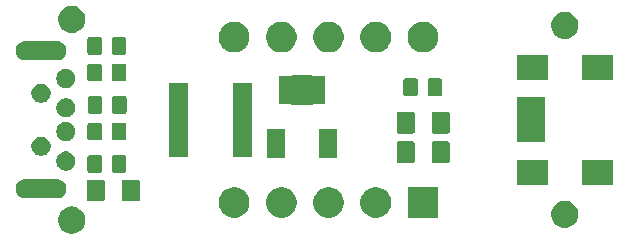
<source format=gbr>
G04 #@! TF.GenerationSoftware,KiCad,Pcbnew,(5.1.0)-1*
G04 #@! TF.CreationDate,2022-11-08T17:01:55+01:00*
G04 #@! TF.ProjectId,USB - UART,55534220-2d20-4554-9152-542e6b696361,rev?*
G04 #@! TF.SameCoordinates,Original*
G04 #@! TF.FileFunction,Soldermask,Top*
G04 #@! TF.FilePolarity,Negative*
%FSLAX46Y46*%
G04 Gerber Fmt 4.6, Leading zero omitted, Abs format (unit mm)*
G04 Created by KiCad (PCBNEW (5.1.0)-1) date 2022-11-08 17:01:55*
%MOMM*%
%LPD*%
G04 APERTURE LIST*
%ADD10C,0.100000*%
G04 APERTURE END LIST*
D10*
G36*
X108224549Y-109871116D02*
G01*
X108335734Y-109893232D01*
X108545203Y-109979997D01*
X108733720Y-110105960D01*
X108894040Y-110266280D01*
X109020003Y-110454797D01*
X109106768Y-110664266D01*
X109151000Y-110886636D01*
X109151000Y-111113364D01*
X109106768Y-111335734D01*
X109020003Y-111545203D01*
X108894040Y-111733720D01*
X108733720Y-111894040D01*
X108545203Y-112020003D01*
X108335734Y-112106768D01*
X108224549Y-112128884D01*
X108113365Y-112151000D01*
X107886635Y-112151000D01*
X107775451Y-112128884D01*
X107664266Y-112106768D01*
X107454797Y-112020003D01*
X107266280Y-111894040D01*
X107105960Y-111733720D01*
X106979997Y-111545203D01*
X106893232Y-111335734D01*
X106849000Y-111113364D01*
X106849000Y-110886636D01*
X106893232Y-110664266D01*
X106979997Y-110454797D01*
X107105960Y-110266280D01*
X107266280Y-110105960D01*
X107454797Y-109979997D01*
X107664266Y-109893232D01*
X107775451Y-109871116D01*
X107886635Y-109849000D01*
X108113365Y-109849000D01*
X108224549Y-109871116D01*
X108224549Y-109871116D01*
G37*
G36*
X149973327Y-109370873D02*
G01*
X150085734Y-109393232D01*
X150295203Y-109479997D01*
X150483720Y-109605960D01*
X150644040Y-109766280D01*
X150770003Y-109954797D01*
X150770004Y-109954799D01*
X150856768Y-110164267D01*
X150901000Y-110386635D01*
X150901000Y-110613365D01*
X150890875Y-110664266D01*
X150856768Y-110835734D01*
X150770003Y-111045203D01*
X150644040Y-111233720D01*
X150483720Y-111394040D01*
X150295203Y-111520003D01*
X150085734Y-111606768D01*
X149974549Y-111628884D01*
X149863365Y-111651000D01*
X149636635Y-111651000D01*
X149525451Y-111628884D01*
X149414266Y-111606768D01*
X149204797Y-111520003D01*
X149016280Y-111394040D01*
X148855960Y-111233720D01*
X148729997Y-111045203D01*
X148643232Y-110835734D01*
X148609125Y-110664266D01*
X148599000Y-110613365D01*
X148599000Y-110386635D01*
X148643232Y-110164267D01*
X148729996Y-109954799D01*
X148729997Y-109954797D01*
X148855960Y-109766280D01*
X149016280Y-109605960D01*
X149204797Y-109479997D01*
X149414266Y-109393232D01*
X149526673Y-109370873D01*
X149636635Y-109349000D01*
X149863365Y-109349000D01*
X149973327Y-109370873D01*
X149973327Y-109370873D01*
G37*
G36*
X134129487Y-108248996D02*
G01*
X134366253Y-108347068D01*
X134366255Y-108347069D01*
X134579339Y-108489447D01*
X134760553Y-108670661D01*
X134849556Y-108803863D01*
X134902932Y-108883747D01*
X135001004Y-109120513D01*
X135051000Y-109371861D01*
X135051000Y-109628139D01*
X135001004Y-109879487D01*
X134902932Y-110116253D01*
X134902931Y-110116255D01*
X134760553Y-110329339D01*
X134579339Y-110510553D01*
X134366255Y-110652931D01*
X134366254Y-110652932D01*
X134366253Y-110652932D01*
X134129487Y-110751004D01*
X133878139Y-110801000D01*
X133621861Y-110801000D01*
X133370513Y-110751004D01*
X133133747Y-110652932D01*
X133133746Y-110652932D01*
X133133745Y-110652931D01*
X132920661Y-110510553D01*
X132739447Y-110329339D01*
X132597069Y-110116255D01*
X132597068Y-110116253D01*
X132498996Y-109879487D01*
X132449000Y-109628139D01*
X132449000Y-109371861D01*
X132498996Y-109120513D01*
X132597068Y-108883747D01*
X132650445Y-108803863D01*
X132739447Y-108670661D01*
X132920661Y-108489447D01*
X133133745Y-108347069D01*
X133133747Y-108347068D01*
X133370513Y-108248996D01*
X133621861Y-108199000D01*
X133878139Y-108199000D01*
X134129487Y-108248996D01*
X134129487Y-108248996D01*
G37*
G36*
X126129487Y-108248996D02*
G01*
X126366253Y-108347068D01*
X126366255Y-108347069D01*
X126579339Y-108489447D01*
X126760553Y-108670661D01*
X126849556Y-108803863D01*
X126902932Y-108883747D01*
X127001004Y-109120513D01*
X127051000Y-109371861D01*
X127051000Y-109628139D01*
X127001004Y-109879487D01*
X126902932Y-110116253D01*
X126902931Y-110116255D01*
X126760553Y-110329339D01*
X126579339Y-110510553D01*
X126366255Y-110652931D01*
X126366254Y-110652932D01*
X126366253Y-110652932D01*
X126129487Y-110751004D01*
X125878139Y-110801000D01*
X125621861Y-110801000D01*
X125370513Y-110751004D01*
X125133747Y-110652932D01*
X125133746Y-110652932D01*
X125133745Y-110652931D01*
X124920661Y-110510553D01*
X124739447Y-110329339D01*
X124597069Y-110116255D01*
X124597068Y-110116253D01*
X124498996Y-109879487D01*
X124449000Y-109628139D01*
X124449000Y-109371861D01*
X124498996Y-109120513D01*
X124597068Y-108883747D01*
X124650445Y-108803863D01*
X124739447Y-108670661D01*
X124920661Y-108489447D01*
X125133745Y-108347069D01*
X125133747Y-108347068D01*
X125370513Y-108248996D01*
X125621861Y-108199000D01*
X125878139Y-108199000D01*
X126129487Y-108248996D01*
X126129487Y-108248996D01*
G37*
G36*
X139051000Y-110801000D02*
G01*
X136449000Y-110801000D01*
X136449000Y-108199000D01*
X139051000Y-108199000D01*
X139051000Y-110801000D01*
X139051000Y-110801000D01*
G37*
G36*
X122129487Y-108248996D02*
G01*
X122366253Y-108347068D01*
X122366255Y-108347069D01*
X122579339Y-108489447D01*
X122760553Y-108670661D01*
X122849556Y-108803863D01*
X122902932Y-108883747D01*
X123001004Y-109120513D01*
X123051000Y-109371861D01*
X123051000Y-109628139D01*
X123001004Y-109879487D01*
X122902932Y-110116253D01*
X122902931Y-110116255D01*
X122760553Y-110329339D01*
X122579339Y-110510553D01*
X122366255Y-110652931D01*
X122366254Y-110652932D01*
X122366253Y-110652932D01*
X122129487Y-110751004D01*
X121878139Y-110801000D01*
X121621861Y-110801000D01*
X121370513Y-110751004D01*
X121133747Y-110652932D01*
X121133746Y-110652932D01*
X121133745Y-110652931D01*
X120920661Y-110510553D01*
X120739447Y-110329339D01*
X120597069Y-110116255D01*
X120597068Y-110116253D01*
X120498996Y-109879487D01*
X120449000Y-109628139D01*
X120449000Y-109371861D01*
X120498996Y-109120513D01*
X120597068Y-108883747D01*
X120650445Y-108803863D01*
X120739447Y-108670661D01*
X120920661Y-108489447D01*
X121133745Y-108347069D01*
X121133747Y-108347068D01*
X121370513Y-108248996D01*
X121621861Y-108199000D01*
X121878139Y-108199000D01*
X122129487Y-108248996D01*
X122129487Y-108248996D01*
G37*
G36*
X130129487Y-108248996D02*
G01*
X130366253Y-108347068D01*
X130366255Y-108347069D01*
X130579339Y-108489447D01*
X130760553Y-108670661D01*
X130849556Y-108803863D01*
X130902932Y-108883747D01*
X131001004Y-109120513D01*
X131051000Y-109371861D01*
X131051000Y-109628139D01*
X131001004Y-109879487D01*
X130902932Y-110116253D01*
X130902931Y-110116255D01*
X130760553Y-110329339D01*
X130579339Y-110510553D01*
X130366255Y-110652931D01*
X130366254Y-110652932D01*
X130366253Y-110652932D01*
X130129487Y-110751004D01*
X129878139Y-110801000D01*
X129621861Y-110801000D01*
X129370513Y-110751004D01*
X129133747Y-110652932D01*
X129133746Y-110652932D01*
X129133745Y-110652931D01*
X128920661Y-110510553D01*
X128739447Y-110329339D01*
X128597069Y-110116255D01*
X128597068Y-110116253D01*
X128498996Y-109879487D01*
X128449000Y-109628139D01*
X128449000Y-109371861D01*
X128498996Y-109120513D01*
X128597068Y-108883747D01*
X128650445Y-108803863D01*
X128739447Y-108670661D01*
X128920661Y-108489447D01*
X129133745Y-108347069D01*
X129133747Y-108347068D01*
X129370513Y-108248996D01*
X129621861Y-108199000D01*
X129878139Y-108199000D01*
X130129487Y-108248996D01*
X130129487Y-108248996D01*
G37*
G36*
X113613062Y-107578181D02*
G01*
X113647981Y-107588774D01*
X113680163Y-107605976D01*
X113708373Y-107629127D01*
X113731524Y-107657337D01*
X113748726Y-107689519D01*
X113759319Y-107724438D01*
X113763500Y-107766895D01*
X113763500Y-109233105D01*
X113759319Y-109275562D01*
X113748726Y-109310481D01*
X113731524Y-109342663D01*
X113708373Y-109370873D01*
X113680163Y-109394024D01*
X113647981Y-109411226D01*
X113613062Y-109421819D01*
X113570605Y-109426000D01*
X112429395Y-109426000D01*
X112386938Y-109421819D01*
X112352019Y-109411226D01*
X112319837Y-109394024D01*
X112291627Y-109370873D01*
X112268476Y-109342663D01*
X112251274Y-109310481D01*
X112240681Y-109275562D01*
X112236500Y-109233105D01*
X112236500Y-107766895D01*
X112240681Y-107724438D01*
X112251274Y-107689519D01*
X112268476Y-107657337D01*
X112291627Y-107629127D01*
X112319837Y-107605976D01*
X112352019Y-107588774D01*
X112386938Y-107578181D01*
X112429395Y-107574000D01*
X113570605Y-107574000D01*
X113613062Y-107578181D01*
X113613062Y-107578181D01*
G37*
G36*
X110638062Y-107578181D02*
G01*
X110672981Y-107588774D01*
X110705163Y-107605976D01*
X110733373Y-107629127D01*
X110756524Y-107657337D01*
X110773726Y-107689519D01*
X110784319Y-107724438D01*
X110788500Y-107766895D01*
X110788500Y-109233105D01*
X110784319Y-109275562D01*
X110773726Y-109310481D01*
X110756524Y-109342663D01*
X110733373Y-109370873D01*
X110705163Y-109394024D01*
X110672981Y-109411226D01*
X110638062Y-109421819D01*
X110595605Y-109426000D01*
X109454395Y-109426000D01*
X109411938Y-109421819D01*
X109377019Y-109411226D01*
X109344837Y-109394024D01*
X109316627Y-109370873D01*
X109293476Y-109342663D01*
X109276274Y-109310481D01*
X109265681Y-109275562D01*
X109261500Y-109233105D01*
X109261500Y-107766895D01*
X109265681Y-107724438D01*
X109276274Y-107689519D01*
X109293476Y-107657337D01*
X109316627Y-107629127D01*
X109344837Y-107605976D01*
X109377019Y-107588774D01*
X109411938Y-107578181D01*
X109454395Y-107574000D01*
X110595605Y-107574000D01*
X110638062Y-107578181D01*
X110638062Y-107578181D01*
G37*
G36*
X106817747Y-107540921D02*
G01*
X106897376Y-107548764D01*
X107047792Y-107594392D01*
X107050630Y-107595253D01*
X107191863Y-107670744D01*
X107315659Y-107772341D01*
X107417256Y-107896137D01*
X107492747Y-108037370D01*
X107492748Y-108037373D01*
X107539236Y-108190624D01*
X107554933Y-108350000D01*
X107539236Y-108509376D01*
X107492748Y-108662627D01*
X107492747Y-108662630D01*
X107417256Y-108803863D01*
X107315659Y-108927659D01*
X107191863Y-109029256D01*
X107050630Y-109104747D01*
X107050627Y-109104748D01*
X106897376Y-109151236D01*
X106827633Y-109158105D01*
X106777934Y-109163000D01*
X104022066Y-109163000D01*
X103972367Y-109158105D01*
X103902624Y-109151236D01*
X103749373Y-109104748D01*
X103749370Y-109104747D01*
X103608137Y-109029256D01*
X103484341Y-108927659D01*
X103382744Y-108803863D01*
X103307253Y-108662630D01*
X103307252Y-108662627D01*
X103260764Y-108509376D01*
X103245067Y-108350000D01*
X103260764Y-108190624D01*
X103307252Y-108037373D01*
X103307253Y-108037370D01*
X103382744Y-107896137D01*
X103484341Y-107772341D01*
X103608137Y-107670744D01*
X103749370Y-107595253D01*
X103752208Y-107594392D01*
X103902624Y-107548764D01*
X103982253Y-107540921D01*
X104022066Y-107537000D01*
X106777934Y-107537000D01*
X106817747Y-107540921D01*
X106817747Y-107540921D01*
G37*
G36*
X153801000Y-108001000D02*
G01*
X151199000Y-108001000D01*
X151199000Y-105899000D01*
X153801000Y-105899000D01*
X153801000Y-108001000D01*
X153801000Y-108001000D01*
G37*
G36*
X148301000Y-108001000D02*
G01*
X145699000Y-108001000D01*
X145699000Y-105899000D01*
X148301000Y-105899000D01*
X148301000Y-108001000D01*
X148301000Y-108001000D01*
G37*
G36*
X112463674Y-105503465D02*
G01*
X112501367Y-105514899D01*
X112536103Y-105533466D01*
X112566548Y-105558452D01*
X112591534Y-105588897D01*
X112610101Y-105623633D01*
X112621535Y-105661326D01*
X112626000Y-105706661D01*
X112626000Y-106793339D01*
X112621535Y-106838674D01*
X112610101Y-106876367D01*
X112591534Y-106911103D01*
X112566548Y-106941548D01*
X112536103Y-106966534D01*
X112501367Y-106985101D01*
X112463674Y-106996535D01*
X112418339Y-107001000D01*
X111581661Y-107001000D01*
X111536326Y-106996535D01*
X111498633Y-106985101D01*
X111463897Y-106966534D01*
X111433452Y-106941548D01*
X111408466Y-106911103D01*
X111389899Y-106876367D01*
X111378465Y-106838674D01*
X111374000Y-106793339D01*
X111374000Y-105706661D01*
X111378465Y-105661326D01*
X111389899Y-105623633D01*
X111408466Y-105588897D01*
X111433452Y-105558452D01*
X111463897Y-105533466D01*
X111498633Y-105514899D01*
X111536326Y-105503465D01*
X111581661Y-105499000D01*
X112418339Y-105499000D01*
X112463674Y-105503465D01*
X112463674Y-105503465D01*
G37*
G36*
X110413674Y-105503465D02*
G01*
X110451367Y-105514899D01*
X110486103Y-105533466D01*
X110516548Y-105558452D01*
X110541534Y-105588897D01*
X110560101Y-105623633D01*
X110571535Y-105661326D01*
X110576000Y-105706661D01*
X110576000Y-106793339D01*
X110571535Y-106838674D01*
X110560101Y-106876367D01*
X110541534Y-106911103D01*
X110516548Y-106941548D01*
X110486103Y-106966534D01*
X110451367Y-106985101D01*
X110413674Y-106996535D01*
X110368339Y-107001000D01*
X109531661Y-107001000D01*
X109486326Y-106996535D01*
X109448633Y-106985101D01*
X109413897Y-106966534D01*
X109383452Y-106941548D01*
X109358466Y-106911103D01*
X109339899Y-106876367D01*
X109328465Y-106838674D01*
X109324000Y-106793339D01*
X109324000Y-105706661D01*
X109328465Y-105661326D01*
X109339899Y-105623633D01*
X109358466Y-105588897D01*
X109383452Y-105558452D01*
X109413897Y-105533466D01*
X109448633Y-105514899D01*
X109486326Y-105503465D01*
X109531661Y-105499000D01*
X110368339Y-105499000D01*
X110413674Y-105503465D01*
X110413674Y-105503465D01*
G37*
G36*
X107737142Y-105218242D02*
G01*
X107885101Y-105279529D01*
X108018255Y-105368499D01*
X108131501Y-105481745D01*
X108220471Y-105614899D01*
X108281758Y-105762858D01*
X108313000Y-105919925D01*
X108313000Y-106080075D01*
X108281758Y-106237142D01*
X108220471Y-106385101D01*
X108131501Y-106518255D01*
X108018255Y-106631501D01*
X107885101Y-106720471D01*
X107737142Y-106781758D01*
X107580075Y-106813000D01*
X107419925Y-106813000D01*
X107262858Y-106781758D01*
X107114899Y-106720471D01*
X106981745Y-106631501D01*
X106868499Y-106518255D01*
X106779529Y-106385101D01*
X106718242Y-106237142D01*
X106687000Y-106080075D01*
X106687000Y-105919925D01*
X106718242Y-105762858D01*
X106779529Y-105614899D01*
X106868499Y-105481745D01*
X106981745Y-105368499D01*
X107114899Y-105279529D01*
X107262858Y-105218242D01*
X107419925Y-105187000D01*
X107580075Y-105187000D01*
X107737142Y-105218242D01*
X107737142Y-105218242D01*
G37*
G36*
X139863062Y-104328181D02*
G01*
X139897981Y-104338774D01*
X139930163Y-104355976D01*
X139958373Y-104379127D01*
X139981524Y-104407337D01*
X139998726Y-104439519D01*
X140009319Y-104474438D01*
X140013500Y-104516895D01*
X140013500Y-105983105D01*
X140009319Y-106025562D01*
X139998726Y-106060481D01*
X139981524Y-106092663D01*
X139958373Y-106120873D01*
X139930163Y-106144024D01*
X139897981Y-106161226D01*
X139863062Y-106171819D01*
X139820605Y-106176000D01*
X138679395Y-106176000D01*
X138636938Y-106171819D01*
X138602019Y-106161226D01*
X138569837Y-106144024D01*
X138541627Y-106120873D01*
X138518476Y-106092663D01*
X138501274Y-106060481D01*
X138490681Y-106025562D01*
X138486500Y-105983105D01*
X138486500Y-104516895D01*
X138490681Y-104474438D01*
X138501274Y-104439519D01*
X138518476Y-104407337D01*
X138541627Y-104379127D01*
X138569837Y-104355976D01*
X138602019Y-104338774D01*
X138636938Y-104328181D01*
X138679395Y-104324000D01*
X139820605Y-104324000D01*
X139863062Y-104328181D01*
X139863062Y-104328181D01*
G37*
G36*
X136888062Y-104328181D02*
G01*
X136922981Y-104338774D01*
X136955163Y-104355976D01*
X136983373Y-104379127D01*
X137006524Y-104407337D01*
X137023726Y-104439519D01*
X137034319Y-104474438D01*
X137038500Y-104516895D01*
X137038500Y-105983105D01*
X137034319Y-106025562D01*
X137023726Y-106060481D01*
X137006524Y-106092663D01*
X136983373Y-106120873D01*
X136955163Y-106144024D01*
X136922981Y-106161226D01*
X136888062Y-106171819D01*
X136845605Y-106176000D01*
X135704395Y-106176000D01*
X135661938Y-106171819D01*
X135627019Y-106161226D01*
X135594837Y-106144024D01*
X135566627Y-106120873D01*
X135543476Y-106092663D01*
X135526274Y-106060481D01*
X135515681Y-106025562D01*
X135511500Y-105983105D01*
X135511500Y-104516895D01*
X135515681Y-104474438D01*
X135526274Y-104439519D01*
X135543476Y-104407337D01*
X135566627Y-104379127D01*
X135594837Y-104355976D01*
X135627019Y-104338774D01*
X135661938Y-104328181D01*
X135704395Y-104324000D01*
X136845605Y-104324000D01*
X136888062Y-104328181D01*
X136888062Y-104328181D01*
G37*
G36*
X130451000Y-105751000D02*
G01*
X128949000Y-105751000D01*
X128949000Y-103249000D01*
X130451000Y-103249000D01*
X130451000Y-105751000D01*
X130451000Y-105751000D01*
G37*
G36*
X126051000Y-105751000D02*
G01*
X124549000Y-105751000D01*
X124549000Y-103249000D01*
X126051000Y-103249000D01*
X126051000Y-105751000D01*
X126051000Y-105751000D01*
G37*
G36*
X117852000Y-105626500D02*
G01*
X116224000Y-105626500D01*
X116224000Y-99373500D01*
X117852000Y-99373500D01*
X117852000Y-105626500D01*
X117852000Y-105626500D01*
G37*
G36*
X123276000Y-105626500D02*
G01*
X121648000Y-105626500D01*
X121648000Y-99373500D01*
X123276000Y-99373500D01*
X123276000Y-105626500D01*
X123276000Y-105626500D01*
G37*
G36*
X105637142Y-103968242D02*
G01*
X105785101Y-104029529D01*
X105918255Y-104118499D01*
X106031501Y-104231745D01*
X106120471Y-104364899D01*
X106181758Y-104512858D01*
X106213000Y-104669925D01*
X106213000Y-104830075D01*
X106181758Y-104987142D01*
X106120471Y-105135101D01*
X106031501Y-105268255D01*
X105918255Y-105381501D01*
X105785101Y-105470471D01*
X105637142Y-105531758D01*
X105480075Y-105563000D01*
X105319925Y-105563000D01*
X105162858Y-105531758D01*
X105014899Y-105470471D01*
X104881745Y-105381501D01*
X104768499Y-105268255D01*
X104679529Y-105135101D01*
X104618242Y-104987142D01*
X104587000Y-104830075D01*
X104587000Y-104669925D01*
X104618242Y-104512858D01*
X104679529Y-104364899D01*
X104768499Y-104231745D01*
X104881745Y-104118499D01*
X105014899Y-104029529D01*
X105162858Y-103968242D01*
X105319925Y-103937000D01*
X105480075Y-103937000D01*
X105637142Y-103968242D01*
X105637142Y-103968242D01*
G37*
G36*
X148101000Y-104401000D02*
G01*
X145699000Y-104401000D01*
X145699000Y-100599000D01*
X148101000Y-100599000D01*
X148101000Y-104401000D01*
X148101000Y-104401000D01*
G37*
G36*
X107737142Y-102718242D02*
G01*
X107885101Y-102779529D01*
X108018255Y-102868499D01*
X108131501Y-102981745D01*
X108220471Y-103114899D01*
X108281758Y-103262858D01*
X108313000Y-103419925D01*
X108313000Y-103580075D01*
X108281758Y-103737142D01*
X108220471Y-103885101D01*
X108131501Y-104018255D01*
X108018255Y-104131501D01*
X107885101Y-104220471D01*
X107737142Y-104281758D01*
X107580075Y-104313000D01*
X107419925Y-104313000D01*
X107262858Y-104281758D01*
X107114899Y-104220471D01*
X106981745Y-104131501D01*
X106868499Y-104018255D01*
X106779529Y-103885101D01*
X106718242Y-103737142D01*
X106687000Y-103580075D01*
X106687000Y-103419925D01*
X106718242Y-103262858D01*
X106779529Y-103114899D01*
X106868499Y-102981745D01*
X106981745Y-102868499D01*
X107114899Y-102779529D01*
X107262858Y-102718242D01*
X107419925Y-102687000D01*
X107580075Y-102687000D01*
X107737142Y-102718242D01*
X107737142Y-102718242D01*
G37*
G36*
X110413674Y-102753465D02*
G01*
X110451367Y-102764899D01*
X110486103Y-102783466D01*
X110516548Y-102808452D01*
X110541534Y-102838897D01*
X110560101Y-102873633D01*
X110571535Y-102911326D01*
X110576000Y-102956661D01*
X110576000Y-104043339D01*
X110571535Y-104088674D01*
X110560101Y-104126367D01*
X110541534Y-104161103D01*
X110516548Y-104191548D01*
X110486103Y-104216534D01*
X110451367Y-104235101D01*
X110413674Y-104246535D01*
X110368339Y-104251000D01*
X109531661Y-104251000D01*
X109486326Y-104246535D01*
X109448633Y-104235101D01*
X109413897Y-104216534D01*
X109383452Y-104191548D01*
X109358466Y-104161103D01*
X109339899Y-104126367D01*
X109328465Y-104088674D01*
X109324000Y-104043339D01*
X109324000Y-102956661D01*
X109328465Y-102911326D01*
X109339899Y-102873633D01*
X109358466Y-102838897D01*
X109383452Y-102808452D01*
X109413897Y-102783466D01*
X109448633Y-102764899D01*
X109486326Y-102753465D01*
X109531661Y-102749000D01*
X110368339Y-102749000D01*
X110413674Y-102753465D01*
X110413674Y-102753465D01*
G37*
G36*
X112463674Y-102753465D02*
G01*
X112501367Y-102764899D01*
X112536103Y-102783466D01*
X112566548Y-102808452D01*
X112591534Y-102838897D01*
X112610101Y-102873633D01*
X112621535Y-102911326D01*
X112626000Y-102956661D01*
X112626000Y-104043339D01*
X112621535Y-104088674D01*
X112610101Y-104126367D01*
X112591534Y-104161103D01*
X112566548Y-104191548D01*
X112536103Y-104216534D01*
X112501367Y-104235101D01*
X112463674Y-104246535D01*
X112418339Y-104251000D01*
X111581661Y-104251000D01*
X111536326Y-104246535D01*
X111498633Y-104235101D01*
X111463897Y-104216534D01*
X111433452Y-104191548D01*
X111408466Y-104161103D01*
X111389899Y-104126367D01*
X111378465Y-104088674D01*
X111374000Y-104043339D01*
X111374000Y-102956661D01*
X111378465Y-102911326D01*
X111389899Y-102873633D01*
X111408466Y-102838897D01*
X111433452Y-102808452D01*
X111463897Y-102783466D01*
X111498633Y-102764899D01*
X111536326Y-102753465D01*
X111581661Y-102749000D01*
X112418339Y-102749000D01*
X112463674Y-102753465D01*
X112463674Y-102753465D01*
G37*
G36*
X136888062Y-101828181D02*
G01*
X136922981Y-101838774D01*
X136955163Y-101855976D01*
X136983373Y-101879127D01*
X137006524Y-101907337D01*
X137023726Y-101939519D01*
X137034319Y-101974438D01*
X137038500Y-102016895D01*
X137038500Y-103483105D01*
X137034319Y-103525562D01*
X137023726Y-103560481D01*
X137006524Y-103592663D01*
X136983373Y-103620873D01*
X136955163Y-103644024D01*
X136922981Y-103661226D01*
X136888062Y-103671819D01*
X136845605Y-103676000D01*
X135704395Y-103676000D01*
X135661938Y-103671819D01*
X135627019Y-103661226D01*
X135594837Y-103644024D01*
X135566627Y-103620873D01*
X135543476Y-103592663D01*
X135526274Y-103560481D01*
X135515681Y-103525562D01*
X135511500Y-103483105D01*
X135511500Y-102016895D01*
X135515681Y-101974438D01*
X135526274Y-101939519D01*
X135543476Y-101907337D01*
X135566627Y-101879127D01*
X135594837Y-101855976D01*
X135627019Y-101838774D01*
X135661938Y-101828181D01*
X135704395Y-101824000D01*
X136845605Y-101824000D01*
X136888062Y-101828181D01*
X136888062Y-101828181D01*
G37*
G36*
X139863062Y-101828181D02*
G01*
X139897981Y-101838774D01*
X139930163Y-101855976D01*
X139958373Y-101879127D01*
X139981524Y-101907337D01*
X139998726Y-101939519D01*
X140009319Y-101974438D01*
X140013500Y-102016895D01*
X140013500Y-103483105D01*
X140009319Y-103525562D01*
X139998726Y-103560481D01*
X139981524Y-103592663D01*
X139958373Y-103620873D01*
X139930163Y-103644024D01*
X139897981Y-103661226D01*
X139863062Y-103671819D01*
X139820605Y-103676000D01*
X138679395Y-103676000D01*
X138636938Y-103671819D01*
X138602019Y-103661226D01*
X138569837Y-103644024D01*
X138541627Y-103620873D01*
X138518476Y-103592663D01*
X138501274Y-103560481D01*
X138490681Y-103525562D01*
X138486500Y-103483105D01*
X138486500Y-102016895D01*
X138490681Y-101974438D01*
X138501274Y-101939519D01*
X138518476Y-101907337D01*
X138541627Y-101879127D01*
X138569837Y-101855976D01*
X138602019Y-101838774D01*
X138636938Y-101828181D01*
X138679395Y-101824000D01*
X139820605Y-101824000D01*
X139863062Y-101828181D01*
X139863062Y-101828181D01*
G37*
G36*
X107737142Y-100718242D02*
G01*
X107885101Y-100779529D01*
X108018255Y-100868499D01*
X108131501Y-100981745D01*
X108220471Y-101114899D01*
X108281758Y-101262858D01*
X108313000Y-101419925D01*
X108313000Y-101580075D01*
X108281758Y-101737142D01*
X108220471Y-101885101D01*
X108131501Y-102018255D01*
X108018255Y-102131501D01*
X107885101Y-102220471D01*
X107737142Y-102281758D01*
X107580075Y-102313000D01*
X107419925Y-102313000D01*
X107262858Y-102281758D01*
X107114899Y-102220471D01*
X106981745Y-102131501D01*
X106868499Y-102018255D01*
X106779529Y-101885101D01*
X106718242Y-101737142D01*
X106687000Y-101580075D01*
X106687000Y-101419925D01*
X106718242Y-101262858D01*
X106779529Y-101114899D01*
X106868499Y-100981745D01*
X106981745Y-100868499D01*
X107114899Y-100779529D01*
X107262858Y-100718242D01*
X107419925Y-100687000D01*
X107580075Y-100687000D01*
X107737142Y-100718242D01*
X107737142Y-100718242D01*
G37*
G36*
X110438674Y-100503465D02*
G01*
X110476367Y-100514899D01*
X110511103Y-100533466D01*
X110541548Y-100558452D01*
X110566534Y-100588897D01*
X110585101Y-100623633D01*
X110596535Y-100661326D01*
X110601000Y-100706661D01*
X110601000Y-101793339D01*
X110596535Y-101838674D01*
X110585101Y-101876367D01*
X110566534Y-101911103D01*
X110541548Y-101941548D01*
X110511103Y-101966534D01*
X110476367Y-101985101D01*
X110438674Y-101996535D01*
X110393339Y-102001000D01*
X109556661Y-102001000D01*
X109511326Y-101996535D01*
X109473633Y-101985101D01*
X109438897Y-101966534D01*
X109408452Y-101941548D01*
X109383466Y-101911103D01*
X109364899Y-101876367D01*
X109353465Y-101838674D01*
X109349000Y-101793339D01*
X109349000Y-100706661D01*
X109353465Y-100661326D01*
X109364899Y-100623633D01*
X109383466Y-100588897D01*
X109408452Y-100558452D01*
X109438897Y-100533466D01*
X109473633Y-100514899D01*
X109511326Y-100503465D01*
X109556661Y-100499000D01*
X110393339Y-100499000D01*
X110438674Y-100503465D01*
X110438674Y-100503465D01*
G37*
G36*
X112488674Y-100503465D02*
G01*
X112526367Y-100514899D01*
X112561103Y-100533466D01*
X112591548Y-100558452D01*
X112616534Y-100588897D01*
X112635101Y-100623633D01*
X112646535Y-100661326D01*
X112651000Y-100706661D01*
X112651000Y-101793339D01*
X112646535Y-101838674D01*
X112635101Y-101876367D01*
X112616534Y-101911103D01*
X112591548Y-101941548D01*
X112561103Y-101966534D01*
X112526367Y-101985101D01*
X112488674Y-101996535D01*
X112443339Y-102001000D01*
X111606661Y-102001000D01*
X111561326Y-101996535D01*
X111523633Y-101985101D01*
X111488897Y-101966534D01*
X111458452Y-101941548D01*
X111433466Y-101911103D01*
X111414899Y-101876367D01*
X111403465Y-101838674D01*
X111399000Y-101793339D01*
X111399000Y-100706661D01*
X111403465Y-100661326D01*
X111414899Y-100623633D01*
X111433466Y-100588897D01*
X111458452Y-100558452D01*
X111488897Y-100533466D01*
X111523633Y-100514899D01*
X111561326Y-100503465D01*
X111606661Y-100499000D01*
X112443339Y-100499000D01*
X112488674Y-100503465D01*
X112488674Y-100503465D01*
G37*
G36*
X128387611Y-98762389D02*
G01*
X128406553Y-98777934D01*
X128428164Y-98789485D01*
X128451613Y-98796598D01*
X128475999Y-98799000D01*
X129426000Y-98799000D01*
X129426000Y-101201000D01*
X128475999Y-101201000D01*
X128451613Y-101203402D01*
X128428164Y-101210515D01*
X128406553Y-101222066D01*
X128387611Y-101237611D01*
X128376623Y-101251000D01*
X126623377Y-101251000D01*
X126612389Y-101237611D01*
X126593447Y-101222066D01*
X126571836Y-101210515D01*
X126548387Y-101203402D01*
X126524001Y-101201000D01*
X125574000Y-101201000D01*
X125574000Y-98799000D01*
X126524001Y-98799000D01*
X126548387Y-98796598D01*
X126571836Y-98789485D01*
X126593447Y-98777934D01*
X126612389Y-98762389D01*
X126623377Y-98749000D01*
X128376623Y-98749000D01*
X128387611Y-98762389D01*
X128387611Y-98762389D01*
G37*
G36*
X105637142Y-99468242D02*
G01*
X105785101Y-99529529D01*
X105918255Y-99618499D01*
X106031501Y-99731745D01*
X106120471Y-99864899D01*
X106181758Y-100012858D01*
X106213000Y-100169925D01*
X106213000Y-100330075D01*
X106181758Y-100487142D01*
X106120471Y-100635101D01*
X106031501Y-100768255D01*
X105918255Y-100881501D01*
X105785101Y-100970471D01*
X105637142Y-101031758D01*
X105480075Y-101063000D01*
X105319925Y-101063000D01*
X105162858Y-101031758D01*
X105014899Y-100970471D01*
X104881745Y-100881501D01*
X104768499Y-100768255D01*
X104679529Y-100635101D01*
X104618242Y-100487142D01*
X104587000Y-100330075D01*
X104587000Y-100169925D01*
X104618242Y-100012858D01*
X104679529Y-99864899D01*
X104768499Y-99731745D01*
X104881745Y-99618499D01*
X105014899Y-99529529D01*
X105162858Y-99468242D01*
X105319925Y-99437000D01*
X105480075Y-99437000D01*
X105637142Y-99468242D01*
X105637142Y-99468242D01*
G37*
G36*
X137163674Y-99003465D02*
G01*
X137201367Y-99014899D01*
X137236103Y-99033466D01*
X137266548Y-99058452D01*
X137291534Y-99088897D01*
X137310101Y-99123633D01*
X137321535Y-99161326D01*
X137326000Y-99206661D01*
X137326000Y-100293339D01*
X137321535Y-100338674D01*
X137310101Y-100376367D01*
X137291534Y-100411103D01*
X137266548Y-100441548D01*
X137236103Y-100466534D01*
X137201367Y-100485101D01*
X137163674Y-100496535D01*
X137118339Y-100501000D01*
X136281661Y-100501000D01*
X136236326Y-100496535D01*
X136198633Y-100485101D01*
X136163897Y-100466534D01*
X136133452Y-100441548D01*
X136108466Y-100411103D01*
X136089899Y-100376367D01*
X136078465Y-100338674D01*
X136074000Y-100293339D01*
X136074000Y-99206661D01*
X136078465Y-99161326D01*
X136089899Y-99123633D01*
X136108466Y-99088897D01*
X136133452Y-99058452D01*
X136163897Y-99033466D01*
X136198633Y-99014899D01*
X136236326Y-99003465D01*
X136281661Y-98999000D01*
X137118339Y-98999000D01*
X137163674Y-99003465D01*
X137163674Y-99003465D01*
G37*
G36*
X139213674Y-99003465D02*
G01*
X139251367Y-99014899D01*
X139286103Y-99033466D01*
X139316548Y-99058452D01*
X139341534Y-99088897D01*
X139360101Y-99123633D01*
X139371535Y-99161326D01*
X139376000Y-99206661D01*
X139376000Y-100293339D01*
X139371535Y-100338674D01*
X139360101Y-100376367D01*
X139341534Y-100411103D01*
X139316548Y-100441548D01*
X139286103Y-100466534D01*
X139251367Y-100485101D01*
X139213674Y-100496535D01*
X139168339Y-100501000D01*
X138331661Y-100501000D01*
X138286326Y-100496535D01*
X138248633Y-100485101D01*
X138213897Y-100466534D01*
X138183452Y-100441548D01*
X138158466Y-100411103D01*
X138139899Y-100376367D01*
X138128465Y-100338674D01*
X138124000Y-100293339D01*
X138124000Y-99206661D01*
X138128465Y-99161326D01*
X138139899Y-99123633D01*
X138158466Y-99088897D01*
X138183452Y-99058452D01*
X138213897Y-99033466D01*
X138248633Y-99014899D01*
X138286326Y-99003465D01*
X138331661Y-98999000D01*
X139168339Y-98999000D01*
X139213674Y-99003465D01*
X139213674Y-99003465D01*
G37*
G36*
X107737142Y-98218242D02*
G01*
X107885101Y-98279529D01*
X108018255Y-98368499D01*
X108131501Y-98481745D01*
X108220471Y-98614899D01*
X108281758Y-98762858D01*
X108313000Y-98919925D01*
X108313000Y-99080075D01*
X108281758Y-99237142D01*
X108220471Y-99385101D01*
X108131501Y-99518255D01*
X108018255Y-99631501D01*
X107885101Y-99720471D01*
X107737142Y-99781758D01*
X107580075Y-99813000D01*
X107419925Y-99813000D01*
X107262858Y-99781758D01*
X107114899Y-99720471D01*
X106981745Y-99631501D01*
X106868499Y-99518255D01*
X106779529Y-99385101D01*
X106718242Y-99237142D01*
X106687000Y-99080075D01*
X106687000Y-98919925D01*
X106718242Y-98762858D01*
X106779529Y-98614899D01*
X106868499Y-98481745D01*
X106981745Y-98368499D01*
X107114899Y-98279529D01*
X107262858Y-98218242D01*
X107419925Y-98187000D01*
X107580075Y-98187000D01*
X107737142Y-98218242D01*
X107737142Y-98218242D01*
G37*
G36*
X112463674Y-97753465D02*
G01*
X112501367Y-97764899D01*
X112536103Y-97783466D01*
X112566548Y-97808452D01*
X112591534Y-97838897D01*
X112610101Y-97873633D01*
X112621535Y-97911326D01*
X112626000Y-97956661D01*
X112626000Y-99043339D01*
X112621535Y-99088674D01*
X112610101Y-99126367D01*
X112591534Y-99161103D01*
X112566548Y-99191548D01*
X112536103Y-99216534D01*
X112501367Y-99235101D01*
X112463674Y-99246535D01*
X112418339Y-99251000D01*
X111581661Y-99251000D01*
X111536326Y-99246535D01*
X111498633Y-99235101D01*
X111463897Y-99216534D01*
X111433452Y-99191548D01*
X111408466Y-99161103D01*
X111389899Y-99126367D01*
X111378465Y-99088674D01*
X111374000Y-99043339D01*
X111374000Y-97956661D01*
X111378465Y-97911326D01*
X111389899Y-97873633D01*
X111408466Y-97838897D01*
X111433452Y-97808452D01*
X111463897Y-97783466D01*
X111498633Y-97764899D01*
X111536326Y-97753465D01*
X111581661Y-97749000D01*
X112418339Y-97749000D01*
X112463674Y-97753465D01*
X112463674Y-97753465D01*
G37*
G36*
X110413674Y-97753465D02*
G01*
X110451367Y-97764899D01*
X110486103Y-97783466D01*
X110516548Y-97808452D01*
X110541534Y-97838897D01*
X110560101Y-97873633D01*
X110571535Y-97911326D01*
X110576000Y-97956661D01*
X110576000Y-99043339D01*
X110571535Y-99088674D01*
X110560101Y-99126367D01*
X110541534Y-99161103D01*
X110516548Y-99191548D01*
X110486103Y-99216534D01*
X110451367Y-99235101D01*
X110413674Y-99246535D01*
X110368339Y-99251000D01*
X109531661Y-99251000D01*
X109486326Y-99246535D01*
X109448633Y-99235101D01*
X109413897Y-99216534D01*
X109383452Y-99191548D01*
X109358466Y-99161103D01*
X109339899Y-99126367D01*
X109328465Y-99088674D01*
X109324000Y-99043339D01*
X109324000Y-97956661D01*
X109328465Y-97911326D01*
X109339899Y-97873633D01*
X109358466Y-97838897D01*
X109383452Y-97808452D01*
X109413897Y-97783466D01*
X109448633Y-97764899D01*
X109486326Y-97753465D01*
X109531661Y-97749000D01*
X110368339Y-97749000D01*
X110413674Y-97753465D01*
X110413674Y-97753465D01*
G37*
G36*
X148301000Y-99101000D02*
G01*
X145699000Y-99101000D01*
X145699000Y-96999000D01*
X148301000Y-96999000D01*
X148301000Y-99101000D01*
X148301000Y-99101000D01*
G37*
G36*
X153801000Y-99101000D02*
G01*
X151199000Y-99101000D01*
X151199000Y-96999000D01*
X153801000Y-96999000D01*
X153801000Y-99101000D01*
X153801000Y-99101000D01*
G37*
G36*
X106817747Y-95840921D02*
G01*
X106897376Y-95848764D01*
X107050627Y-95895252D01*
X107050630Y-95895253D01*
X107191863Y-95970744D01*
X107315659Y-96072341D01*
X107417256Y-96196137D01*
X107492747Y-96337370D01*
X107492748Y-96337373D01*
X107539236Y-96490624D01*
X107554933Y-96650000D01*
X107539236Y-96809376D01*
X107505290Y-96921282D01*
X107492747Y-96962630D01*
X107417256Y-97103863D01*
X107315659Y-97227659D01*
X107191863Y-97329256D01*
X107050630Y-97404747D01*
X107050627Y-97404748D01*
X106897376Y-97451236D01*
X106817747Y-97459079D01*
X106777934Y-97463000D01*
X104022066Y-97463000D01*
X103982253Y-97459079D01*
X103902624Y-97451236D01*
X103749373Y-97404748D01*
X103749370Y-97404747D01*
X103608137Y-97329256D01*
X103484341Y-97227659D01*
X103382744Y-97103863D01*
X103307253Y-96962630D01*
X103294710Y-96921282D01*
X103260764Y-96809376D01*
X103245067Y-96650000D01*
X103260764Y-96490624D01*
X103307252Y-96337373D01*
X103307253Y-96337370D01*
X103382744Y-96196137D01*
X103484341Y-96072341D01*
X103608137Y-95970744D01*
X103749370Y-95895253D01*
X103749373Y-95895252D01*
X103902624Y-95848764D01*
X103982253Y-95840921D01*
X104022066Y-95837000D01*
X106777934Y-95837000D01*
X106817747Y-95840921D01*
X106817747Y-95840921D01*
G37*
G36*
X112463674Y-95503465D02*
G01*
X112501367Y-95514899D01*
X112536103Y-95533466D01*
X112566548Y-95558452D01*
X112591534Y-95588897D01*
X112610101Y-95623633D01*
X112621535Y-95661326D01*
X112626000Y-95706661D01*
X112626000Y-96793339D01*
X112621535Y-96838674D01*
X112610101Y-96876367D01*
X112591534Y-96911103D01*
X112566548Y-96941548D01*
X112536103Y-96966534D01*
X112501367Y-96985101D01*
X112463674Y-96996535D01*
X112418339Y-97001000D01*
X111581661Y-97001000D01*
X111536326Y-96996535D01*
X111498633Y-96985101D01*
X111463897Y-96966534D01*
X111433452Y-96941548D01*
X111408466Y-96911103D01*
X111389899Y-96876367D01*
X111378465Y-96838674D01*
X111374000Y-96793339D01*
X111374000Y-95706661D01*
X111378465Y-95661326D01*
X111389899Y-95623633D01*
X111408466Y-95588897D01*
X111433452Y-95558452D01*
X111463897Y-95533466D01*
X111498633Y-95514899D01*
X111536326Y-95503465D01*
X111581661Y-95499000D01*
X112418339Y-95499000D01*
X112463674Y-95503465D01*
X112463674Y-95503465D01*
G37*
G36*
X110413674Y-95503465D02*
G01*
X110451367Y-95514899D01*
X110486103Y-95533466D01*
X110516548Y-95558452D01*
X110541534Y-95588897D01*
X110560101Y-95623633D01*
X110571535Y-95661326D01*
X110576000Y-95706661D01*
X110576000Y-96793339D01*
X110571535Y-96838674D01*
X110560101Y-96876367D01*
X110541534Y-96911103D01*
X110516548Y-96941548D01*
X110486103Y-96966534D01*
X110451367Y-96985101D01*
X110413674Y-96996535D01*
X110368339Y-97001000D01*
X109531661Y-97001000D01*
X109486326Y-96996535D01*
X109448633Y-96985101D01*
X109413897Y-96966534D01*
X109383452Y-96941548D01*
X109358466Y-96911103D01*
X109339899Y-96876367D01*
X109328465Y-96838674D01*
X109324000Y-96793339D01*
X109324000Y-95706661D01*
X109328465Y-95661326D01*
X109339899Y-95623633D01*
X109358466Y-95588897D01*
X109383452Y-95558452D01*
X109413897Y-95533466D01*
X109448633Y-95514899D01*
X109486326Y-95503465D01*
X109531661Y-95499000D01*
X110368339Y-95499000D01*
X110413674Y-95503465D01*
X110413674Y-95503465D01*
G37*
G36*
X126129487Y-94248996D02*
G01*
X126338890Y-94335734D01*
X126366255Y-94347069D01*
X126425471Y-94386636D01*
X126579339Y-94489447D01*
X126760553Y-94670661D01*
X126902932Y-94883747D01*
X127001004Y-95120513D01*
X127051000Y-95371861D01*
X127051000Y-95628139D01*
X127001004Y-95879487D01*
X126921121Y-96072341D01*
X126902931Y-96116255D01*
X126760553Y-96329339D01*
X126579339Y-96510553D01*
X126366255Y-96652931D01*
X126366254Y-96652932D01*
X126366253Y-96652932D01*
X126129487Y-96751004D01*
X125878139Y-96801000D01*
X125621861Y-96801000D01*
X125370513Y-96751004D01*
X125133747Y-96652932D01*
X125133746Y-96652932D01*
X125133745Y-96652931D01*
X124920661Y-96510553D01*
X124739447Y-96329339D01*
X124597069Y-96116255D01*
X124578879Y-96072341D01*
X124498996Y-95879487D01*
X124449000Y-95628139D01*
X124449000Y-95371861D01*
X124498996Y-95120513D01*
X124597068Y-94883747D01*
X124739447Y-94670661D01*
X124920661Y-94489447D01*
X125074529Y-94386636D01*
X125133745Y-94347069D01*
X125161110Y-94335734D01*
X125370513Y-94248996D01*
X125621861Y-94199000D01*
X125878139Y-94199000D01*
X126129487Y-94248996D01*
X126129487Y-94248996D01*
G37*
G36*
X138129487Y-94248996D02*
G01*
X138338890Y-94335734D01*
X138366255Y-94347069D01*
X138425471Y-94386636D01*
X138579339Y-94489447D01*
X138760553Y-94670661D01*
X138902932Y-94883747D01*
X139001004Y-95120513D01*
X139051000Y-95371861D01*
X139051000Y-95628139D01*
X139001004Y-95879487D01*
X138921121Y-96072341D01*
X138902931Y-96116255D01*
X138760553Y-96329339D01*
X138579339Y-96510553D01*
X138366255Y-96652931D01*
X138366254Y-96652932D01*
X138366253Y-96652932D01*
X138129487Y-96751004D01*
X137878139Y-96801000D01*
X137621861Y-96801000D01*
X137370513Y-96751004D01*
X137133747Y-96652932D01*
X137133746Y-96652932D01*
X137133745Y-96652931D01*
X136920661Y-96510553D01*
X136739447Y-96329339D01*
X136597069Y-96116255D01*
X136578879Y-96072341D01*
X136498996Y-95879487D01*
X136449000Y-95628139D01*
X136449000Y-95371861D01*
X136498996Y-95120513D01*
X136597068Y-94883747D01*
X136739447Y-94670661D01*
X136920661Y-94489447D01*
X137074529Y-94386636D01*
X137133745Y-94347069D01*
X137161110Y-94335734D01*
X137370513Y-94248996D01*
X137621861Y-94199000D01*
X137878139Y-94199000D01*
X138129487Y-94248996D01*
X138129487Y-94248996D01*
G37*
G36*
X134129487Y-94248996D02*
G01*
X134338890Y-94335734D01*
X134366255Y-94347069D01*
X134425471Y-94386636D01*
X134579339Y-94489447D01*
X134760553Y-94670661D01*
X134902932Y-94883747D01*
X135001004Y-95120513D01*
X135051000Y-95371861D01*
X135051000Y-95628139D01*
X135001004Y-95879487D01*
X134921121Y-96072341D01*
X134902931Y-96116255D01*
X134760553Y-96329339D01*
X134579339Y-96510553D01*
X134366255Y-96652931D01*
X134366254Y-96652932D01*
X134366253Y-96652932D01*
X134129487Y-96751004D01*
X133878139Y-96801000D01*
X133621861Y-96801000D01*
X133370513Y-96751004D01*
X133133747Y-96652932D01*
X133133746Y-96652932D01*
X133133745Y-96652931D01*
X132920661Y-96510553D01*
X132739447Y-96329339D01*
X132597069Y-96116255D01*
X132578879Y-96072341D01*
X132498996Y-95879487D01*
X132449000Y-95628139D01*
X132449000Y-95371861D01*
X132498996Y-95120513D01*
X132597068Y-94883747D01*
X132739447Y-94670661D01*
X132920661Y-94489447D01*
X133074529Y-94386636D01*
X133133745Y-94347069D01*
X133161110Y-94335734D01*
X133370513Y-94248996D01*
X133621861Y-94199000D01*
X133878139Y-94199000D01*
X134129487Y-94248996D01*
X134129487Y-94248996D01*
G37*
G36*
X130129487Y-94248996D02*
G01*
X130338890Y-94335734D01*
X130366255Y-94347069D01*
X130425471Y-94386636D01*
X130579339Y-94489447D01*
X130760553Y-94670661D01*
X130902932Y-94883747D01*
X131001004Y-95120513D01*
X131051000Y-95371861D01*
X131051000Y-95628139D01*
X131001004Y-95879487D01*
X130921121Y-96072341D01*
X130902931Y-96116255D01*
X130760553Y-96329339D01*
X130579339Y-96510553D01*
X130366255Y-96652931D01*
X130366254Y-96652932D01*
X130366253Y-96652932D01*
X130129487Y-96751004D01*
X129878139Y-96801000D01*
X129621861Y-96801000D01*
X129370513Y-96751004D01*
X129133747Y-96652932D01*
X129133746Y-96652932D01*
X129133745Y-96652931D01*
X128920661Y-96510553D01*
X128739447Y-96329339D01*
X128597069Y-96116255D01*
X128578879Y-96072341D01*
X128498996Y-95879487D01*
X128449000Y-95628139D01*
X128449000Y-95371861D01*
X128498996Y-95120513D01*
X128597068Y-94883747D01*
X128739447Y-94670661D01*
X128920661Y-94489447D01*
X129074529Y-94386636D01*
X129133745Y-94347069D01*
X129161110Y-94335734D01*
X129370513Y-94248996D01*
X129621861Y-94199000D01*
X129878139Y-94199000D01*
X130129487Y-94248996D01*
X130129487Y-94248996D01*
G37*
G36*
X122129487Y-94248996D02*
G01*
X122338890Y-94335734D01*
X122366255Y-94347069D01*
X122425471Y-94386636D01*
X122579339Y-94489447D01*
X122760553Y-94670661D01*
X122902932Y-94883747D01*
X123001004Y-95120513D01*
X123051000Y-95371861D01*
X123051000Y-95628139D01*
X123001004Y-95879487D01*
X122921121Y-96072341D01*
X122902931Y-96116255D01*
X122760553Y-96329339D01*
X122579339Y-96510553D01*
X122366255Y-96652931D01*
X122366254Y-96652932D01*
X122366253Y-96652932D01*
X122129487Y-96751004D01*
X121878139Y-96801000D01*
X121621861Y-96801000D01*
X121370513Y-96751004D01*
X121133747Y-96652932D01*
X121133746Y-96652932D01*
X121133745Y-96652931D01*
X120920661Y-96510553D01*
X120739447Y-96329339D01*
X120597069Y-96116255D01*
X120578879Y-96072341D01*
X120498996Y-95879487D01*
X120449000Y-95628139D01*
X120449000Y-95371861D01*
X120498996Y-95120513D01*
X120597068Y-94883747D01*
X120739447Y-94670661D01*
X120920661Y-94489447D01*
X121074529Y-94386636D01*
X121133745Y-94347069D01*
X121161110Y-94335734D01*
X121370513Y-94248996D01*
X121621861Y-94199000D01*
X121878139Y-94199000D01*
X122129487Y-94248996D01*
X122129487Y-94248996D01*
G37*
G36*
X149974549Y-93371116D02*
G01*
X150085734Y-93393232D01*
X150295203Y-93479997D01*
X150483720Y-93605960D01*
X150644040Y-93766280D01*
X150770003Y-93954797D01*
X150835684Y-94113364D01*
X150856768Y-94164267D01*
X150893130Y-94347068D01*
X150901000Y-94386636D01*
X150901000Y-94613364D01*
X150856768Y-94835734D01*
X150770003Y-95045203D01*
X150644040Y-95233720D01*
X150483720Y-95394040D01*
X150295203Y-95520003D01*
X150295202Y-95520004D01*
X150295201Y-95520004D01*
X150235171Y-95544869D01*
X150085734Y-95606768D01*
X149978304Y-95628137D01*
X149863365Y-95651000D01*
X149636635Y-95651000D01*
X149521696Y-95628137D01*
X149414266Y-95606768D01*
X149264829Y-95544869D01*
X149204799Y-95520004D01*
X149204798Y-95520004D01*
X149204797Y-95520003D01*
X149016280Y-95394040D01*
X148855960Y-95233720D01*
X148729997Y-95045203D01*
X148643232Y-94835734D01*
X148599000Y-94613364D01*
X148599000Y-94386636D01*
X148606871Y-94347068D01*
X148643232Y-94164267D01*
X148664317Y-94113364D01*
X148729997Y-93954797D01*
X148855960Y-93766280D01*
X149016280Y-93605960D01*
X149204797Y-93479997D01*
X149414266Y-93393232D01*
X149525451Y-93371116D01*
X149636635Y-93349000D01*
X149863365Y-93349000D01*
X149974549Y-93371116D01*
X149974549Y-93371116D01*
G37*
G36*
X108224549Y-92871116D02*
G01*
X108335734Y-92893232D01*
X108545203Y-92979997D01*
X108733720Y-93105960D01*
X108894040Y-93266280D01*
X109020003Y-93454797D01*
X109106768Y-93664266D01*
X109151000Y-93886636D01*
X109151000Y-94113364D01*
X109106768Y-94335734D01*
X109020003Y-94545203D01*
X108894040Y-94733720D01*
X108733720Y-94894040D01*
X108545203Y-95020003D01*
X108335734Y-95106768D01*
X108266638Y-95120512D01*
X108113365Y-95151000D01*
X107886635Y-95151000D01*
X107733362Y-95120512D01*
X107664266Y-95106768D01*
X107454797Y-95020003D01*
X107266280Y-94894040D01*
X107105960Y-94733720D01*
X106979997Y-94545203D01*
X106893232Y-94335734D01*
X106849000Y-94113364D01*
X106849000Y-93886636D01*
X106893232Y-93664266D01*
X106979997Y-93454797D01*
X107105960Y-93266280D01*
X107266280Y-93105960D01*
X107454797Y-92979997D01*
X107664266Y-92893232D01*
X107775451Y-92871116D01*
X107886635Y-92849000D01*
X108113365Y-92849000D01*
X108224549Y-92871116D01*
X108224549Y-92871116D01*
G37*
M02*

</source>
